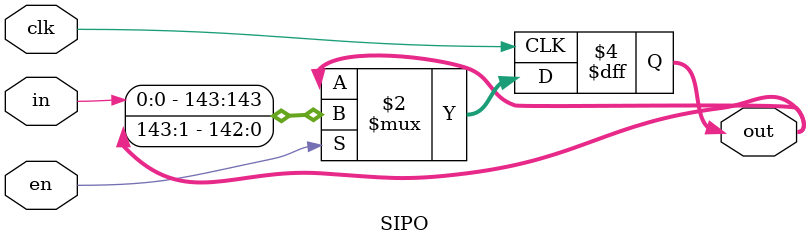
<source format=v>

module SIPO (
    input in, //format x1,x2,x3, y1,y2,y3, c1,c2,c3
    input clk,
    input en,
    output [143:0] out
);
    always @ (posedge clk) begin
        if(en) begin //EN must be pulled high one clock cycle before we want to start sending data
            out <= {in, out[143:1]};
        end
    end
endmodule
</source>
